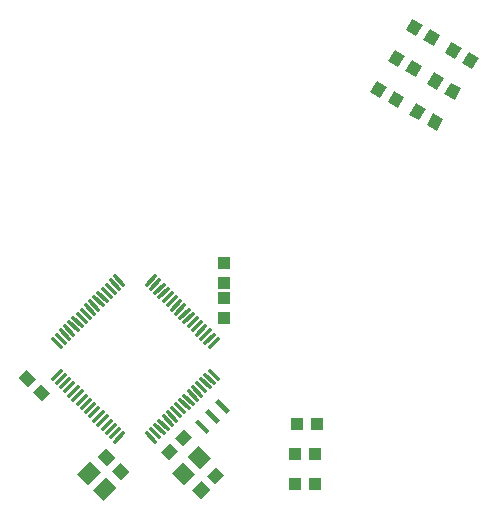
<source format=gbr>
G04 EAGLE Gerber RS-274X export*
G75*
%MOMM*%
%FSLAX34Y34*%
%LPD*%
%INSolderpaste Bottom*%
%IPPOS*%
%AMOC8*
5,1,8,0,0,1.08239X$1,22.5*%
G01*
%ADD10R,1.100000X1.000000*%
%ADD11R,1.300000X1.500000*%
%ADD12R,1.399997X0.400000*%
%ADD13R,1.000000X1.100000*%
%ADD14C,0.300000*%


D10*
G36*
X-351432Y-99387D02*
X-343655Y-91610D01*
X-336584Y-98681D01*
X-344361Y-106458D01*
X-351432Y-99387D01*
G37*
G36*
X-363453Y-111408D02*
X-355676Y-103631D01*
X-348605Y-110702D01*
X-356382Y-118479D01*
X-363453Y-111408D01*
G37*
D11*
G36*
X-361244Y-97642D02*
X-370436Y-106834D01*
X-381042Y-96228D01*
X-371850Y-87036D01*
X-361244Y-97642D01*
G37*
G36*
X-347809Y-84207D02*
X-357001Y-93399D01*
X-367607Y-82793D01*
X-358415Y-73601D01*
X-347809Y-84207D01*
G37*
D12*
G36*
X-341686Y-33803D02*
X-331788Y-43701D01*
X-334616Y-46529D01*
X-344514Y-36631D01*
X-341686Y-33803D01*
G37*
G36*
X-350171Y-42288D02*
X-340273Y-52186D01*
X-343101Y-55014D01*
X-352999Y-45116D01*
X-350171Y-42288D01*
G37*
G36*
X-358657Y-50773D02*
X-348759Y-60671D01*
X-351587Y-63499D01*
X-361485Y-53601D01*
X-358657Y-50773D01*
G37*
D10*
X-336550Y64522D03*
X-336550Y81522D03*
D11*
G36*
X-451930Y-106677D02*
X-461122Y-97485D01*
X-450516Y-86879D01*
X-441324Y-96071D01*
X-451930Y-106677D01*
G37*
G36*
X-438495Y-120112D02*
X-447687Y-110920D01*
X-437081Y-100314D01*
X-427889Y-109506D01*
X-438495Y-120112D01*
G37*
D10*
G36*
X-375493Y-78306D02*
X-383270Y-86083D01*
X-390341Y-79012D01*
X-382564Y-71235D01*
X-375493Y-78306D01*
G37*
G36*
X-363472Y-66285D02*
X-371249Y-74062D01*
X-378320Y-66991D01*
X-370543Y-59214D01*
X-363472Y-66285D01*
G37*
G36*
X-435853Y-90613D02*
X-443630Y-82836D01*
X-436559Y-75765D01*
X-428782Y-83542D01*
X-435853Y-90613D01*
G37*
G36*
X-423832Y-102634D02*
X-431609Y-94857D01*
X-424538Y-87786D01*
X-416761Y-95563D01*
X-423832Y-102634D01*
G37*
G36*
X-503123Y-23946D02*
X-510900Y-16169D01*
X-503829Y-9098D01*
X-496052Y-16875D01*
X-503123Y-23946D01*
G37*
G36*
X-491102Y-35967D02*
X-498879Y-28190D01*
X-491808Y-21119D01*
X-484031Y-28896D01*
X-491102Y-35967D01*
G37*
D13*
X-336669Y34283D03*
X-336669Y51283D03*
D14*
X-341953Y16970D02*
X-349023Y9900D01*
X-352559Y13436D02*
X-345489Y20506D01*
X-349024Y24041D02*
X-356094Y16971D01*
X-359630Y20507D02*
X-352560Y27577D01*
X-356095Y31112D02*
X-363165Y24042D01*
X-366701Y27578D02*
X-359631Y34648D01*
X-363166Y38183D02*
X-370236Y31113D01*
X-373772Y34649D02*
X-366702Y41719D01*
X-370238Y45254D02*
X-377308Y38184D01*
X-380843Y41720D02*
X-373773Y48790D01*
X-377309Y52325D02*
X-384379Y45255D01*
X-387914Y48791D02*
X-380844Y55861D01*
X-384380Y59396D02*
X-391450Y52326D01*
X-394985Y55862D02*
X-387915Y62932D01*
X-391451Y66468D02*
X-398521Y59398D01*
X-402056Y62933D02*
X-394986Y70003D01*
X-421856Y62933D02*
X-428926Y70003D01*
X-432462Y66468D02*
X-425392Y59398D01*
X-428927Y55862D02*
X-435997Y62932D01*
X-439533Y59396D02*
X-432463Y52326D01*
X-435998Y48791D02*
X-443068Y55861D01*
X-446604Y52325D02*
X-439534Y45255D01*
X-443070Y41720D02*
X-450140Y48790D01*
X-453675Y45254D02*
X-446605Y38184D01*
X-450141Y34649D02*
X-457211Y41719D01*
X-460746Y38183D02*
X-453676Y31113D01*
X-457212Y27578D02*
X-464282Y34648D01*
X-467817Y31112D02*
X-460747Y24042D01*
X-464283Y20507D02*
X-471353Y27577D01*
X-474888Y24041D02*
X-467818Y16971D01*
X-471354Y13436D02*
X-478424Y20506D01*
X-481959Y16970D02*
X-474889Y9900D01*
X-474889Y-9900D02*
X-481959Y-16970D01*
X-478424Y-20506D02*
X-471354Y-13436D01*
X-467818Y-16971D02*
X-474888Y-24041D01*
X-471353Y-27577D02*
X-464283Y-20507D01*
X-460747Y-24042D02*
X-467817Y-31112D01*
X-464282Y-34648D02*
X-457212Y-27578D01*
X-453676Y-31113D02*
X-460746Y-38183D01*
X-457211Y-41719D02*
X-450141Y-34649D01*
X-446605Y-38184D02*
X-453675Y-45254D01*
X-450140Y-48790D02*
X-443070Y-41720D01*
X-439534Y-45255D02*
X-446604Y-52325D01*
X-443068Y-55861D02*
X-435998Y-48791D01*
X-432463Y-52326D02*
X-439533Y-59396D01*
X-435997Y-62932D02*
X-428927Y-55862D01*
X-425392Y-59398D02*
X-432462Y-66468D01*
X-428926Y-70003D02*
X-421856Y-62933D01*
X-402056Y-62933D02*
X-394986Y-70003D01*
X-391451Y-66468D02*
X-398521Y-59398D01*
X-394985Y-55862D02*
X-387915Y-62932D01*
X-384380Y-59396D02*
X-391450Y-52326D01*
X-387914Y-48791D02*
X-380844Y-55861D01*
X-377309Y-52325D02*
X-384379Y-45255D01*
X-380843Y-41720D02*
X-373773Y-48790D01*
X-370238Y-45254D02*
X-377308Y-38184D01*
X-373772Y-34649D02*
X-366702Y-41719D01*
X-363166Y-38183D02*
X-370236Y-31113D01*
X-366701Y-27578D02*
X-359631Y-34648D01*
X-356095Y-31112D02*
X-363165Y-24042D01*
X-359630Y-20507D02*
X-352560Y-27577D01*
X-349024Y-24041D02*
X-356094Y-16971D01*
X-352559Y-13436D02*
X-345489Y-20506D01*
X-341953Y-16970D02*
X-349023Y-9900D01*
D13*
X-259788Y-80169D03*
X-276788Y-80169D03*
X-259788Y-105569D03*
X-276788Y-105569D03*
X-258200Y-54769D03*
X-275200Y-54769D03*
G36*
X-162543Y279126D02*
X-153883Y274126D01*
X-159383Y264600D01*
X-168043Y269600D01*
X-162543Y279126D01*
G37*
G36*
X-177266Y287626D02*
X-168606Y282626D01*
X-174106Y273100D01*
X-182766Y278100D01*
X-177266Y287626D01*
G37*
G36*
X-171273Y201807D02*
X-179933Y206807D01*
X-174433Y216333D01*
X-165773Y211333D01*
X-171273Y201807D01*
G37*
G36*
X-156550Y193307D02*
X-165210Y198307D01*
X-159710Y207833D01*
X-151050Y202833D01*
X-156550Y193307D01*
G37*
G36*
X-177624Y253005D02*
X-168964Y248005D01*
X-174464Y238479D01*
X-183124Y243479D01*
X-177624Y253005D01*
G37*
G36*
X-192347Y261505D02*
X-183687Y256505D01*
X-189187Y246979D01*
X-197847Y251979D01*
X-192347Y261505D01*
G37*
G36*
X-192706Y226883D02*
X-184046Y221883D01*
X-189546Y212357D01*
X-198206Y217357D01*
X-192706Y226883D01*
G37*
G36*
X-207428Y235383D02*
X-198768Y230383D01*
X-204268Y220857D01*
X-212928Y225857D01*
X-207428Y235383D01*
G37*
G36*
X-141110Y254050D02*
X-149770Y259050D01*
X-144270Y268576D01*
X-135610Y263576D01*
X-141110Y254050D01*
G37*
G36*
X-126388Y245550D02*
X-135048Y250550D01*
X-129548Y260076D01*
X-120888Y255076D01*
X-126388Y245550D01*
G37*
G36*
X-156191Y227929D02*
X-164851Y232929D01*
X-159351Y242455D01*
X-150691Y237455D01*
X-156191Y227929D01*
G37*
G36*
X-141469Y219429D02*
X-150129Y224429D01*
X-144629Y233955D01*
X-135969Y228955D01*
X-141469Y219429D01*
G37*
M02*

</source>
